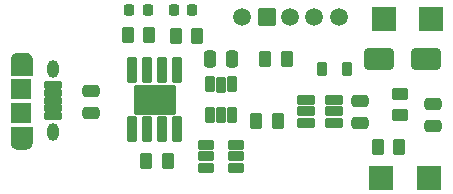
<source format=gbr>
%TF.GenerationSoftware,KiCad,Pcbnew,8.0.1*%
%TF.CreationDate,2024-04-19T14:44:52+05:30*%
%TF.ProjectId,Li-po_charger_with_BOOST,4c692d70-6f5f-4636-9861-726765725f77,rev?*%
%TF.SameCoordinates,Original*%
%TF.FileFunction,Soldermask,Top*%
%TF.FilePolarity,Negative*%
%FSLAX46Y46*%
G04 Gerber Fmt 4.6, Leading zero omitted, Abs format (unit mm)*
G04 Created by KiCad (PCBNEW 8.0.1) date 2024-04-19 14:44:52*
%MOMM*%
%LPD*%
G01*
G04 APERTURE LIST*
G04 Aperture macros list*
%AMRoundRect*
0 Rectangle with rounded corners*
0 $1 Rounding radius*
0 $2 $3 $4 $5 $6 $7 $8 $9 X,Y pos of 4 corners*
0 Add a 4 corners polygon primitive as box body*
4,1,4,$2,$3,$4,$5,$6,$7,$8,$9,$2,$3,0*
0 Add four circle primitives for the rounded corners*
1,1,$1+$1,$2,$3*
1,1,$1+$1,$4,$5*
1,1,$1+$1,$6,$7*
1,1,$1+$1,$8,$9*
0 Add four rect primitives between the rounded corners*
20,1,$1+$1,$2,$3,$4,$5,0*
20,1,$1+$1,$4,$5,$6,$7,0*
20,1,$1+$1,$6,$7,$8,$9,0*
20,1,$1+$1,$8,$9,$2,$3,0*%
G04 Aperture macros list end*
%ADD10C,0.010000*%
%ADD11RoundRect,0.102000X-0.675000X0.200000X-0.675000X-0.200000X0.675000X-0.200000X0.675000X0.200000X0*%
%ADD12O,1.004000X1.504000*%
%ADD13O,1.704000X0.954000*%
%ADD14RoundRect,0.102000X-0.775000X0.750000X-0.775000X-0.750000X0.775000X-0.750000X0.775000X0.750000X0*%
%ADD15RoundRect,0.250000X0.450000X-0.262500X0.450000X0.262500X-0.450000X0.262500X-0.450000X-0.262500X0*%
%ADD16C,1.500000*%
%ADD17RoundRect,0.102000X-0.654000X-0.654000X0.654000X-0.654000X0.654000X0.654000X-0.654000X0.654000X0*%
%ADD18C,1.512000*%
%ADD19R,2.000000X2.000000*%
%ADD20RoundRect,0.250000X-0.262500X-0.450000X0.262500X-0.450000X0.262500X0.450000X-0.262500X0.450000X0*%
%ADD21RoundRect,0.119100X-0.667900X-0.277900X0.667900X-0.277900X0.667900X0.277900X-0.667900X0.277900X0*%
%ADD22RoundRect,0.119100X0.667900X0.277900X-0.667900X0.277900X-0.667900X-0.277900X0.667900X-0.277900X0*%
%ADD23RoundRect,0.250000X1.000000X0.650000X-1.000000X0.650000X-1.000000X-0.650000X1.000000X-0.650000X0*%
%ADD24RoundRect,0.250000X-0.475000X0.250000X-0.475000X-0.250000X0.475000X-0.250000X0.475000X0.250000X0*%
%ADD25RoundRect,0.250000X0.475000X-0.250000X0.475000X0.250000X-0.475000X0.250000X-0.475000X-0.250000X0*%
%ADD26RoundRect,0.119100X-0.587900X-0.277900X0.587900X-0.277900X0.587900X0.277900X-0.587900X0.277900X0*%
%ADD27RoundRect,0.250000X0.262500X0.450000X-0.262500X0.450000X-0.262500X-0.450000X0.262500X-0.450000X0*%
%ADD28RoundRect,0.102000X0.300000X-0.550000X0.300000X0.550000X-0.300000X0.550000X-0.300000X-0.550000X0*%
%ADD29RoundRect,0.056280X0.345720X-1.030720X0.345720X1.030720X-0.345720X1.030720X-0.345720X-1.030720X0*%
%ADD30RoundRect,0.102000X1.651000X-1.206500X1.651000X1.206500X-1.651000X1.206500X-1.651000X-1.206500X0*%
%ADD31RoundRect,0.250000X-0.250000X-0.475000X0.250000X-0.475000X0.250000X0.475000X-0.250000X0.475000X0*%
%ADD32RoundRect,0.218750X0.218750X0.256250X-0.218750X0.256250X-0.218750X-0.256250X0.218750X-0.256250X0*%
%ADD33RoundRect,0.218750X-0.218750X-0.256250X0.218750X-0.256250X0.218750X0.256250X-0.218750X0.256250X0*%
%ADD34RoundRect,0.218750X-0.218750X-0.381250X0.218750X-0.381250X0.218750X0.381250X-0.218750X0.381250X0*%
G04 APERTURE END LIST*
D10*
%TO.C,J2*%
X58501000Y-81256000D02*
X58527000Y-81258000D01*
X58553000Y-81261000D01*
X58579000Y-81266000D01*
X58604000Y-81272000D01*
X58630000Y-81279000D01*
X58654000Y-81288000D01*
X58678000Y-81298000D01*
X58702000Y-81309000D01*
X58725000Y-81322000D01*
X58747000Y-81336000D01*
X58769000Y-81350000D01*
X58790000Y-81366000D01*
X58810000Y-81383000D01*
X58829000Y-81401000D01*
X58847000Y-81420000D01*
X58864000Y-81440000D01*
X58880000Y-81461000D01*
X58894000Y-81483000D01*
X58908000Y-81505000D01*
X58921000Y-81528000D01*
X58932000Y-81552000D01*
X58942000Y-81576000D01*
X58951000Y-81600000D01*
X58958000Y-81626000D01*
X58964000Y-81651000D01*
X58969000Y-81677000D01*
X58972000Y-81703000D01*
X58974000Y-81729000D01*
X58975000Y-81755000D01*
X58975000Y-83100000D01*
X57225000Y-83100000D01*
X57225000Y-81755000D01*
X57226000Y-81729000D01*
X57228000Y-81703000D01*
X57231000Y-81677000D01*
X57236000Y-81651000D01*
X57242000Y-81626000D01*
X57249000Y-81600000D01*
X57258000Y-81576000D01*
X57268000Y-81552000D01*
X57279000Y-81528000D01*
X57292000Y-81505000D01*
X57306000Y-81483000D01*
X57320000Y-81461000D01*
X57336000Y-81440000D01*
X57353000Y-81420000D01*
X57371000Y-81401000D01*
X57390000Y-81383000D01*
X57410000Y-81366000D01*
X57431000Y-81350000D01*
X57453000Y-81336000D01*
X57475000Y-81322000D01*
X57498000Y-81309000D01*
X57522000Y-81298000D01*
X57546000Y-81288000D01*
X57570000Y-81279000D01*
X57596000Y-81272000D01*
X57621000Y-81266000D01*
X57647000Y-81261000D01*
X57673000Y-81258000D01*
X57699000Y-81256000D01*
X57725000Y-81255000D01*
X58475000Y-81255000D01*
X58501000Y-81256000D01*
G36*
X58501000Y-81256000D02*
G01*
X58527000Y-81258000D01*
X58553000Y-81261000D01*
X58579000Y-81266000D01*
X58604000Y-81272000D01*
X58630000Y-81279000D01*
X58654000Y-81288000D01*
X58678000Y-81298000D01*
X58702000Y-81309000D01*
X58725000Y-81322000D01*
X58747000Y-81336000D01*
X58769000Y-81350000D01*
X58790000Y-81366000D01*
X58810000Y-81383000D01*
X58829000Y-81401000D01*
X58847000Y-81420000D01*
X58864000Y-81440000D01*
X58880000Y-81461000D01*
X58894000Y-81483000D01*
X58908000Y-81505000D01*
X58921000Y-81528000D01*
X58932000Y-81552000D01*
X58942000Y-81576000D01*
X58951000Y-81600000D01*
X58958000Y-81626000D01*
X58964000Y-81651000D01*
X58969000Y-81677000D01*
X58972000Y-81703000D01*
X58974000Y-81729000D01*
X58975000Y-81755000D01*
X58975000Y-83100000D01*
X57225000Y-83100000D01*
X57225000Y-81755000D01*
X57226000Y-81729000D01*
X57228000Y-81703000D01*
X57231000Y-81677000D01*
X57236000Y-81651000D01*
X57242000Y-81626000D01*
X57249000Y-81600000D01*
X57258000Y-81576000D01*
X57268000Y-81552000D01*
X57279000Y-81528000D01*
X57292000Y-81505000D01*
X57306000Y-81483000D01*
X57320000Y-81461000D01*
X57336000Y-81440000D01*
X57353000Y-81420000D01*
X57371000Y-81401000D01*
X57390000Y-81383000D01*
X57410000Y-81366000D01*
X57431000Y-81350000D01*
X57453000Y-81336000D01*
X57475000Y-81322000D01*
X57498000Y-81309000D01*
X57522000Y-81298000D01*
X57546000Y-81288000D01*
X57570000Y-81279000D01*
X57596000Y-81272000D01*
X57621000Y-81266000D01*
X57647000Y-81261000D01*
X57673000Y-81258000D01*
X57699000Y-81256000D01*
X57725000Y-81255000D01*
X58475000Y-81255000D01*
X58501000Y-81256000D01*
G37*
X58975000Y-88845000D02*
X58974000Y-88871000D01*
X58972000Y-88897000D01*
X58969000Y-88923000D01*
X58964000Y-88949000D01*
X58958000Y-88974000D01*
X58951000Y-89000000D01*
X58942000Y-89024000D01*
X58932000Y-89048000D01*
X58921000Y-89072000D01*
X58908000Y-89095000D01*
X58894000Y-89117000D01*
X58880000Y-89139000D01*
X58864000Y-89160000D01*
X58847000Y-89180000D01*
X58829000Y-89199000D01*
X58810000Y-89217000D01*
X58790000Y-89234000D01*
X58769000Y-89250000D01*
X58747000Y-89264000D01*
X58725000Y-89278000D01*
X58702000Y-89291000D01*
X58678000Y-89302000D01*
X58654000Y-89312000D01*
X58630000Y-89321000D01*
X58604000Y-89328000D01*
X58579000Y-89334000D01*
X58553000Y-89339000D01*
X58527000Y-89342000D01*
X58501000Y-89344000D01*
X58475000Y-89345000D01*
X57725000Y-89345000D01*
X57699000Y-89344000D01*
X57673000Y-89342000D01*
X57647000Y-89339000D01*
X57621000Y-89334000D01*
X57596000Y-89328000D01*
X57570000Y-89321000D01*
X57546000Y-89312000D01*
X57522000Y-89302000D01*
X57498000Y-89291000D01*
X57475000Y-89278000D01*
X57453000Y-89264000D01*
X57431000Y-89250000D01*
X57410000Y-89234000D01*
X57390000Y-89217000D01*
X57371000Y-89199000D01*
X57353000Y-89180000D01*
X57336000Y-89160000D01*
X57320000Y-89139000D01*
X57306000Y-89117000D01*
X57292000Y-89095000D01*
X57279000Y-89072000D01*
X57268000Y-89048000D01*
X57258000Y-89024000D01*
X57249000Y-89000000D01*
X57242000Y-88974000D01*
X57236000Y-88949000D01*
X57231000Y-88923000D01*
X57228000Y-88897000D01*
X57226000Y-88871000D01*
X57225000Y-88845000D01*
X57225000Y-87500000D01*
X58975000Y-87500000D01*
X58975000Y-88845000D01*
G36*
X58975000Y-88845000D02*
G01*
X58974000Y-88871000D01*
X58972000Y-88897000D01*
X58969000Y-88923000D01*
X58964000Y-88949000D01*
X58958000Y-88974000D01*
X58951000Y-89000000D01*
X58942000Y-89024000D01*
X58932000Y-89048000D01*
X58921000Y-89072000D01*
X58908000Y-89095000D01*
X58894000Y-89117000D01*
X58880000Y-89139000D01*
X58864000Y-89160000D01*
X58847000Y-89180000D01*
X58829000Y-89199000D01*
X58810000Y-89217000D01*
X58790000Y-89234000D01*
X58769000Y-89250000D01*
X58747000Y-89264000D01*
X58725000Y-89278000D01*
X58702000Y-89291000D01*
X58678000Y-89302000D01*
X58654000Y-89312000D01*
X58630000Y-89321000D01*
X58604000Y-89328000D01*
X58579000Y-89334000D01*
X58553000Y-89339000D01*
X58527000Y-89342000D01*
X58501000Y-89344000D01*
X58475000Y-89345000D01*
X57725000Y-89345000D01*
X57699000Y-89344000D01*
X57673000Y-89342000D01*
X57647000Y-89339000D01*
X57621000Y-89334000D01*
X57596000Y-89328000D01*
X57570000Y-89321000D01*
X57546000Y-89312000D01*
X57522000Y-89302000D01*
X57498000Y-89291000D01*
X57475000Y-89278000D01*
X57453000Y-89264000D01*
X57431000Y-89250000D01*
X57410000Y-89234000D01*
X57390000Y-89217000D01*
X57371000Y-89199000D01*
X57353000Y-89180000D01*
X57336000Y-89160000D01*
X57320000Y-89139000D01*
X57306000Y-89117000D01*
X57292000Y-89095000D01*
X57279000Y-89072000D01*
X57268000Y-89048000D01*
X57258000Y-89024000D01*
X57249000Y-89000000D01*
X57242000Y-88974000D01*
X57236000Y-88949000D01*
X57231000Y-88923000D01*
X57228000Y-88897000D01*
X57226000Y-88871000D01*
X57225000Y-88845000D01*
X57225000Y-87500000D01*
X58975000Y-87500000D01*
X58975000Y-88845000D01*
G37*
%TD*%
D11*
%TO.C,J2*%
X60775000Y-84000000D03*
X60775000Y-84650000D03*
X60775000Y-85300000D03*
X60775000Y-85950000D03*
X60775000Y-86600000D03*
D12*
X60800000Y-82650000D03*
X60800000Y-87950000D03*
D13*
X58100000Y-81775000D03*
D14*
X58100000Y-84300000D03*
X58100000Y-86300000D03*
D13*
X58100000Y-88825000D03*
%TD*%
D15*
%TO.C,R6*%
X90200000Y-86512500D03*
X90200000Y-84687500D03*
%TD*%
D16*
%TO.C,S1*%
X76800000Y-78200000D03*
X85000000Y-78200000D03*
D17*
X78900000Y-78200000D03*
D18*
X80900000Y-78200000D03*
X82900000Y-78200000D03*
%TD*%
D19*
%TO.C,H5*%
X88600000Y-91800000D03*
%TD*%
D20*
%TO.C,R7*%
X88287500Y-89200000D03*
X90112500Y-89200000D03*
%TD*%
D21*
%TO.C,U2*%
X82230000Y-85250000D03*
X82230000Y-86200000D03*
X82230000Y-87150000D03*
D22*
X84570000Y-87150000D03*
X84570000Y-86200000D03*
X84570000Y-85250000D03*
%TD*%
D19*
%TO.C,H1*%
X92600000Y-91800000D03*
%TD*%
D23*
%TO.C,D3*%
X92400000Y-81800000D03*
X88400000Y-81800000D03*
%TD*%
D20*
%TO.C,R2*%
X68687500Y-90400000D03*
X70512500Y-90400000D03*
%TD*%
D24*
%TO.C,C5*%
X64000000Y-84450000D03*
X64000000Y-86350000D03*
%TD*%
D25*
%TO.C,C3*%
X86800000Y-87187500D03*
X86800000Y-85287500D03*
%TD*%
D24*
%TO.C,C4*%
X93000000Y-85537500D03*
X93000000Y-87437500D03*
%TD*%
D26*
%TO.C,Q1*%
X73745000Y-89050000D03*
X73745000Y-90000000D03*
X73745000Y-90950000D03*
X76255000Y-90950000D03*
X76255000Y-90000000D03*
X76255000Y-89050000D03*
%TD*%
D27*
%TO.C,R3*%
X73025000Y-79800000D03*
X71200000Y-79800000D03*
%TD*%
%TO.C,R1*%
X68925000Y-79745000D03*
X67100000Y-79745000D03*
%TD*%
D28*
%TO.C,IC1*%
X74050000Y-86500000D03*
X75000000Y-86500000D03*
X75950000Y-86500000D03*
X75950000Y-83900000D03*
X75000000Y-83960000D03*
X74050000Y-83900000D03*
%TD*%
D29*
%TO.C,U1*%
X67495000Y-87675000D03*
X68765000Y-87675000D03*
X70035000Y-87675000D03*
X71305000Y-87675000D03*
X71305000Y-82725000D03*
X70035000Y-82725000D03*
X68765000Y-82725000D03*
X67495000Y-82725000D03*
D30*
X69400000Y-85200000D03*
%TD*%
D19*
%TO.C,H4*%
X88800000Y-78400000D03*
%TD*%
D31*
%TO.C,C2*%
X74050000Y-81800000D03*
X75950000Y-81800000D03*
%TD*%
D32*
%TO.C,D2*%
X72587500Y-77600000D03*
X71012500Y-77600000D03*
%TD*%
D19*
%TO.C,H2*%
X92800000Y-78400000D03*
%TD*%
D33*
%TO.C,D1*%
X67225000Y-77600000D03*
X68800000Y-77600000D03*
%TD*%
D20*
%TO.C,R4*%
X78775000Y-81800000D03*
X80600000Y-81800000D03*
%TD*%
D34*
%TO.C,L1*%
X83600000Y-82600000D03*
X85725000Y-82600000D03*
%TD*%
D20*
%TO.C,R5*%
X77975000Y-87000000D03*
X79800000Y-87000000D03*
%TD*%
M02*

</source>
